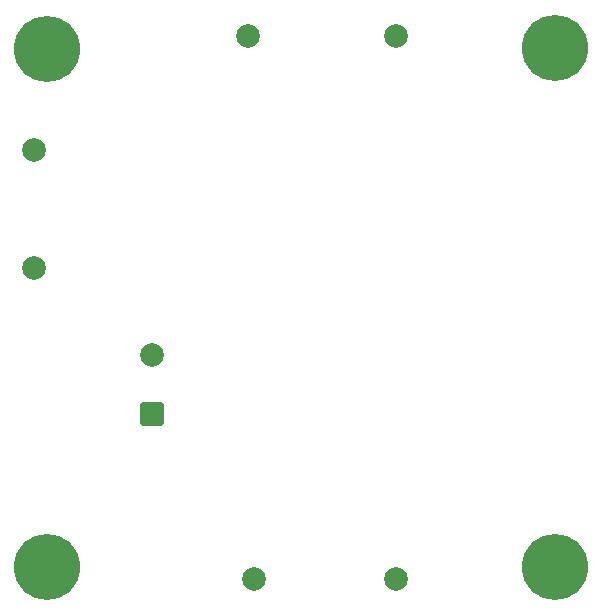
<source format=gbs>
%TF.GenerationSoftware,KiCad,Pcbnew,9.0.4*%
%TF.CreationDate,2025-09-17T14:50:29+08:00*%
%TF.ProjectId,YUV Circuit,59555620-4369-4726-9375-69742e6b6963,rev?*%
%TF.SameCoordinates,Original*%
%TF.FileFunction,Soldermask,Bot*%
%TF.FilePolarity,Negative*%
%FSLAX46Y46*%
G04 Gerber Fmt 4.6, Leading zero omitted, Abs format (unit mm)*
G04 Created by KiCad (PCBNEW 9.0.4) date 2025-09-17 14:50:29*
%MOMM*%
%LPD*%
G01*
G04 APERTURE LIST*
G04 Aperture macros list*
%AMRoundRect*
0 Rectangle with rounded corners*
0 $1 Rounding radius*
0 $2 $3 $4 $5 $6 $7 $8 $9 X,Y pos of 4 corners*
0 Add a 4 corners polygon primitive as box body*
4,1,4,$2,$3,$4,$5,$6,$7,$8,$9,$2,$3,0*
0 Add four circle primitives for the rounded corners*
1,1,$1+$1,$2,$3*
1,1,$1+$1,$4,$5*
1,1,$1+$1,$6,$7*
1,1,$1+$1,$8,$9*
0 Add four rect primitives between the rounded corners*
20,1,$1+$1,$2,$3,$4,$5,0*
20,1,$1+$1,$4,$5,$6,$7,0*
20,1,$1+$1,$6,$7,$8,$9,0*
20,1,$1+$1,$8,$9,$2,$3,0*%
G04 Aperture macros list end*
%ADD10C,5.600000*%
%ADD11C,2.000000*%
%ADD12RoundRect,0.250000X0.750000X-0.750000X0.750000X0.750000X-0.750000X0.750000X-0.750000X-0.750000X0*%
G04 APERTURE END LIST*
D10*
%TO.C,REF\u002A\u002A*%
X196000000Y-134000000D03*
%TD*%
%TO.C,REF\u002A\u002A*%
X153000000Y-134000000D03*
%TD*%
%TO.C,REF\u002A\u002A*%
X196000000Y-90000000D03*
%TD*%
%TO.C,REF\u002A\u002A*%
X153000000Y-90100000D03*
%TD*%
D11*
%TO.C,Y2*%
X151900000Y-98700000D03*
%TD*%
%TO.C,R-Y1*%
X182500000Y-89000000D03*
%TD*%
%TO.C,PR1*%
X182500000Y-135000000D03*
%TD*%
%TO.C,B-Y1*%
X170000000Y-89000000D03*
%TD*%
%TO.C,PB1*%
X170500000Y-135000000D03*
%TD*%
%TO.C,Y1*%
X151900000Y-108700000D03*
%TD*%
D12*
%TO.C,C81*%
X161867677Y-121000000D03*
D11*
X161867677Y-116000000D03*
%TD*%
M02*

</source>
